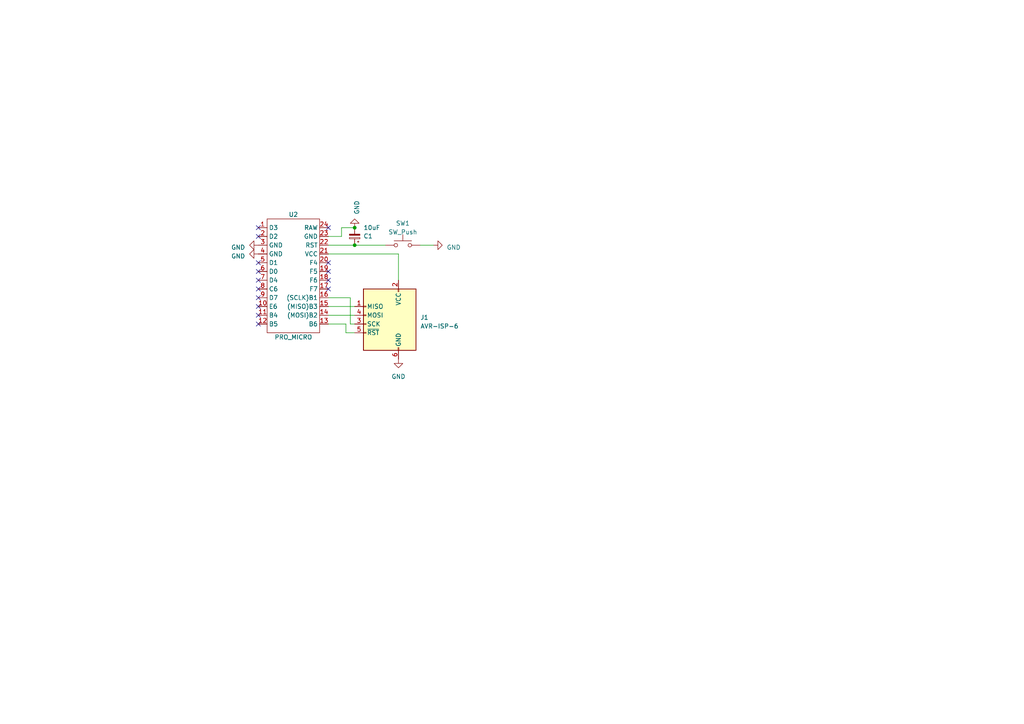
<source format=kicad_sch>
(kicad_sch (version 20230121) (generator eeschema)
  (paper "A4")
  (lib_symbols
    (symbol "Connector:AVR-ISP-6" (pin_names (offset 1.016))
      (property "Reference" "J" (at -6.35 11.43 0))
      (property "Value" "AVR-ISP-6" (at 0 11.43 0))
      (symbol "AVR-ISP-6_0_1"
        (rectangle (start -2.667 -6.858) (end -2.413 -7.62))
        (rectangle (start -2.667 10.16) (end -2.413 9.398))
        (rectangle (start 7.62 -2.413) (end 6.858 -2.667))
        (rectangle (start 7.62 0.127) (end 6.858 -0.127))
        (rectangle (start 7.62 2.667) (end 6.858 2.413))
        (rectangle (start 7.62 5.207) (end 6.858 4.953))
        (rectangle (start 7.62 10.16) (end -7.62 -7.62) (stroke (width 0.254)) (fill (type background)))
      )
      (symbol "AVR-ISP-6_1_1"
        (pin passive line (at 10.16 5.08 180) (length 2.54) (name "MISO") (number "1"))
        (pin passive line (at -2.54 12.7 270) (length 2.54) (name "VCC") (number "2"))
        (pin passive line (at 10.16 0 180) (length 2.54) (name "SCK") (number "3"))
        (pin passive line (at 10.16 2.54 180) (length 2.54) (name "MOSI") (number "4"))
        (pin passive line (at 10.16 -2.54 180) (length 2.54) (name "~{RST}") (number "5"))
        (pin passive line (at -2.54 -10.16 90) (length 2.54) (name "GND") (number "6"))
      )
    )
    (symbol "Device:C_Polarized_Small" (pin_numbers hide) (pin_names (offset 0.254) hide)
      (property "Reference" "C" (at 0.254 1.778 0))
      (property "Value" "C_Polarized_Small" (at 0.254 -2.032 0))
      (symbol "C_Polarized_Small_0_1"
        (rectangle (start -1.524 -0.3048) (end 1.524 -0.6858) (fill (type outline)))
        (rectangle (start -1.524 0.6858) (end 1.524 0.3048))
        (polyline (pts (xy -1.27 1.524) (xy -0.762 1.524)))
        (polyline (pts (xy -1.016 1.27) (xy -1.016 1.778)))
      )
      (symbol "C_Polarized_Small_1_1"
        (pin passive line (at 0 2.54 270) (length 1.8542) (name "~") (number "1"))
        (pin passive line (at 0 -2.54 90) (length 1.8542) (name "~") (number "2"))
      )
    )
    (symbol "Switch:SW_Push" (pin_numbers hide) (pin_names (offset 1.016) hide)
      (property "Reference" "SW" (at 1.27 2.54 0))
      (property "Value" "SW_Push" (at 0 -1.524 0))
      (symbol "SW_Push_0_1"
        (circle (center -2.032 0) (radius 0.508))
        (polyline (pts (xy 0 1.27) (xy 0 3.048)))
        (polyline (pts (xy 2.54 1.27) (xy -2.54 1.27)))
        (circle (center 2.032 0) (radius 0.508))
        (pin passive line (at -5.08 0 0) (length 2.54) (name "1") (number "1"))
        (pin passive line (at 5.08 0 180) (length 2.54) (name "2") (number "2"))
      )
    )
    (symbol "power:GND" (power) (pin_names (offset 0))
      (property "Value" "GND" (at 0 -3.81 0))
      (symbol "GND_0_1"
        (polyline (pts (xy 0 0) (xy 0 -1.27) (xy 1.27 -1.27) (xy 0 -2.54) (xy -1.27 -1.27) (xy 0 -1.27)))
      )
      (symbol "GND_1_1"
        (pin power_in line (at 0 0 270) (length 0) hide (name "GND") (number "1"))
      )
    )
    (symbol "pro_micro_1"
      (property "Reference" "U" (at 0 17.78 0))
      (symbol "pro_micro_1_0_1"
        (rectangle (start -7.62 16.51) (end 7.62 -16.51))
      )
      (symbol "pro_micro_1_1_1"
        (pin bidirectional line (at -10.16 13.97 0) (length 2.54) (name "D3") (number "1"))
        (pin bidirectional line (at -10.16 -8.89 0) (length 2.54) (name "E6") (number "10"))
        (pin bidirectional line (at -10.16 -11.43 0) (length 2.54) (name "B4") (number "11"))
        (pin bidirectional line (at -10.16 -13.97 0) (length 2.54) (name "B5") (number "12"))
        (pin bidirectional line (at 10.16 -13.97 180) (length 2.54) (name "B6") (number "13"))
        (pin bidirectional line (at 10.16 -11.43 180) (length 2.54) (name "(MOSI)B2") (number "14"))
        (pin bidirectional line (at 10.16 -8.89 180) (length 2.54) (name "(MISO)B3") (number "15"))
        (pin bidirectional line (at 10.16 -6.35 180) (length 2.54) (name "(SCLK)B1") (number "16"))
        (pin bidirectional line (at 10.16 -3.81 180) (length 2.54) (name "F7") (number "17"))
        (pin bidirectional line (at 10.16 -1.27 180) (length 2.54) (name "F6") (number "18"))
        (pin bidirectional line (at 10.16 1.27 180) (length 2.54) (name "F5") (number "19"))
        (pin bidirectional line (at -10.16 11.43 0) (length 2.54) (name "D2") (number "2"))
        (pin bidirectional line (at 10.16 3.81 180) (length 2.54) (name "F4") (number "20"))
        (pin bidirectional line (at 10.16 6.35 180) (length 2.54) (name "VCC") (number "21"))
        (pin bidirectional line (at 10.16 8.89 180) (length 2.54) (name "RST") (number "22"))
        (pin bidirectional line (at 10.16 11.43 180) (length 2.54) (name "GND") (number "23"))
        (pin bidirectional line (at 10.16 13.97 180) (length 2.54) (name "RAW") (number "24"))
        (pin bidirectional line (at -10.16 8.89 0) (length 2.54) (name "GND") (number "3"))
        (pin bidirectional line (at -10.16 6.35 0) (length 2.54) (name "GND") (number "4"))
        (pin bidirectional line (at -10.16 3.81 0) (length 2.54) (name "D1") (number "5"))
        (pin bidirectional line (at -10.16 1.27 0) (length 2.54) (name "D0") (number "6"))
        (pin bidirectional line (at -10.16 -1.27 0) (length 2.54) (name "D4") (number "7"))
        (pin bidirectional line (at -10.16 -3.81 0) (length 2.54) (name "C6") (number "8"))
        (pin bidirectional line (at -10.16 -6.35 0) (length 2.54) (name "D7") (number "9"))
      )
    )
  )
  (junction (at 102.87 66.04))
  (junction (at 102.87 71.12))
  (no_connect (at 95.25 66.04))
  (no_connect (at 74.93 93.98))
  (no_connect (at 95.25 83.82))
  (no_connect (at 74.93 78.74))
  (no_connect (at 74.93 66.04))
  (no_connect (at 95.25 76.2))
  (no_connect (at 95.25 78.74))
  (no_connect (at 74.93 83.82))
  (no_connect (at 74.93 81.28))
  (no_connect (at 74.93 91.44))
  (no_connect (at 74.93 76.2))
  (no_connect (at 74.93 86.36))
  (no_connect (at 95.25 81.28))
  (no_connect (at 74.93 68.58))
  (no_connect (at 74.93 88.9))
  (wire (pts (xy 102.87 71.12) (xy 111.76 71.12)))
  (wire (pts (xy 121.92 71.12) (xy 125.73 71.12)))
  (wire (pts (xy 115.57 73.66) (xy 115.57 81.28)))
  (wire (pts (xy 101.6 86.36) (xy 101.6 93.98)))
  (wire (pts (xy 95.25 88.9) (xy 102.87 88.9)))
  (wire (pts (xy 99.06 66.04) (xy 102.87 66.04)))
  (wire (pts (xy 101.6 93.98) (xy 102.87 93.98)))
  (wire (pts (xy 95.25 91.44) (xy 102.87 91.44)))
  (wire (pts (xy 95.25 86.36) (xy 101.6 86.36)))
  (wire (pts (xy 100.33 96.52) (xy 102.87 96.52)))
  (wire (pts (xy 95.25 73.66) (xy 115.57 73.66)))
  (wire (pts (xy 99.06 68.58) (xy 99.06 66.04)))
  (wire (pts (xy 95.25 71.12) (xy 102.87 71.12)))
  (wire (pts (xy 95.25 93.98) (xy 100.33 93.98)))
  (wire (pts (xy 100.33 93.98) (xy 100.33 96.52)))
  (wire (pts (xy 95.25 68.58) (xy 99.06 68.58)))
  (symbol (lib_id "power:GND") (at 115.57 104.14 0) (mirror y) (unit 1)
    (property "Reference" "#PWR04" (effects hide))
    (property "Value" "GND" (at 115.57 109.22 0))
  )
  (symbol (lib_name "pro_micro_1") (lib_id "pro_micro:pro_micro") (at 85.09 80.01 0) (unit 1)
    (property "Reference" "U2" (at 85.09 62.23 0))
    (property "Value" "PRO_MICRO" (at 85.09 97.79 0))
    (property "Footprint" "ProMicro:ProMicro-NoSilk" (effects hide))
  )
  (symbol (lib_id "power:GND") (at 74.93 71.12 270) (unit 1)
    (property "Reference" "#PWR02" (effects hide))
    (property "Value" "GND" (at 71.12 71.755 90) (effects (justify right)))
  )
  (symbol (lib_id "Switch:SW_Push") (at 116.84 71.12 0) (unit 1)
    (property "Reference" "SW1" (at 116.84 64.77 0))
    (property "Value" "SW_Push" (at 116.84 67.31 0))
    (property "Footprint" "Button_Switch_THT:SW_PUSH_6mm" (effects hide))
  )
  (symbol (lib_id "Device:C_Polarized_Small") (at 102.87 68.58 180) (unit 1)
    (property "Reference" "C1" (at 105.41 68.4911 0) (effects (justify right)))
    (property "Value" "10uF" (at 105.41 66.04 0) (effects (justify right)))
    (property "Footprint" "Capacitor_THT:CP_Radial_D5.0mm_P2.50mm" (effects hide))
  )
  (symbol (lib_id "power:GND") (at 74.93 73.66 270) (unit 1)
    (property "Reference" "#PWR03" (effects hide))
    (property "Value" "GND" (at 71.12 74.295 90) (effects (justify right)))
  )
  (symbol (lib_id "power:GND") (at 102.87 66.04 0) (mirror x) (unit 1)
    (property "Reference" "#PWR01" (effects hide))
    (property "Value" "GND" (at 103.505 62.23 90) (effects (justify right)))
  )
  (symbol (lib_id "Connector:AVR-ISP-6") (at 113.03 93.98 0) (mirror y) (unit 1)
    (property "Reference" "J1" (at 121.92 92.075 0) (effects (justify right)))
    (property "Value" "AVR-ISP-6" (at 121.92 94.615 0) (effects (justify right)))
    (property "Footprint" "Connector_IDC:IDC-Header_2x03_P2.54mm_Vertical" (effects hide))
    (property "Datasheet" " ~" (effects hide))
  )
  (symbol (lib_id "power:GND") (at 125.73 71.12 90) (mirror x) (unit 1)
    (property "Reference" "#PWR05" (effects hide))
    (property "Value" "GND" (at 129.54 71.755 90) (effects (justify right)))
  )
)
</source>
